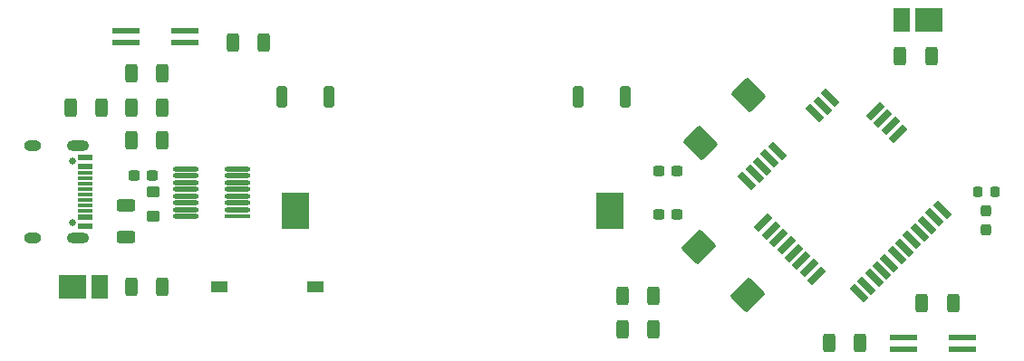
<source format=gts>
%TF.GenerationSoftware,KiCad,Pcbnew,7.0.1-0*%
%TF.CreationDate,2023-09-15T13:21:47+02:00*%
%TF.ProjectId,letterboxsensor,6c657474-6572-4626-9f78-73656e736f72,rev?*%
%TF.SameCoordinates,Original*%
%TF.FileFunction,Soldermask,Top*%
%TF.FilePolarity,Negative*%
%FSLAX46Y46*%
G04 Gerber Fmt 4.6, Leading zero omitted, Abs format (unit mm)*
G04 Created by KiCad (PCBNEW 7.0.1-0) date 2023-09-15 13:21:47*
%MOMM*%
%LPD*%
G01*
G04 APERTURE LIST*
G04 Aperture macros list*
%AMRoundRect*
0 Rectangle with rounded corners*
0 $1 Rounding radius*
0 $2 $3 $4 $5 $6 $7 $8 $9 X,Y pos of 4 corners*
0 Add a 4 corners polygon primitive as box body*
4,1,4,$2,$3,$4,$5,$6,$7,$8,$9,$2,$3,0*
0 Add four circle primitives for the rounded corners*
1,1,$1+$1,$2,$3*
1,1,$1+$1,$4,$5*
1,1,$1+$1,$6,$7*
1,1,$1+$1,$8,$9*
0 Add four rect primitives between the rounded corners*
20,1,$1+$1,$2,$3,$4,$5,0*
20,1,$1+$1,$4,$5,$6,$7,0*
20,1,$1+$1,$6,$7,$8,$9,0*
20,1,$1+$1,$8,$9,$2,$3,0*%
%AMRotRect*
0 Rectangle, with rotation*
0 The origin of the aperture is its center*
0 $1 length*
0 $2 width*
0 $3 Rotation angle, in degrees counterclockwise*
0 Add horizontal line*
21,1,$1,$2,0,0,$3*%
G04 Aperture macros list end*
%ADD10R,2.600000X0.600000*%
%ADD11RoundRect,0.250000X-0.312500X-0.625000X0.312500X-0.625000X0.312500X0.625000X-0.312500X0.625000X0*%
%ADD12RoundRect,0.250000X0.312500X0.625000X-0.312500X0.625000X-0.312500X-0.625000X0.312500X-0.625000X0*%
%ADD13R,2.500000X2.200000*%
%ADD14R,1.550000X2.200000*%
%ADD15RoundRect,0.237500X-0.237500X0.300000X-0.237500X-0.300000X0.237500X-0.300000X0.237500X0.300000X0*%
%ADD16RoundRect,0.218750X0.218750X0.256250X-0.218750X0.256250X-0.218750X-0.256250X0.218750X-0.256250X0*%
%ADD17R,2.540000X3.510000*%
%ADD18RoundRect,0.250000X0.250000X0.750000X-0.250000X0.750000X-0.250000X-0.750000X0.250000X-0.750000X0*%
%ADD19RoundRect,0.237500X-0.300000X-0.237500X0.300000X-0.237500X0.300000X0.237500X-0.300000X0.237500X0*%
%ADD20RoundRect,0.237500X0.300000X0.237500X-0.300000X0.237500X-0.300000X-0.237500X0.300000X-0.237500X0*%
%ADD21R,2.477223X0.426984*%
%ADD22RoundRect,0.213492X1.025119X0.000000X-1.025119X0.000000X-1.025119X0.000000X1.025119X0.000000X0*%
%ADD23RoundRect,0.250000X0.625000X-0.312500X0.625000X0.312500X-0.625000X0.312500X-0.625000X-0.312500X0*%
%ADD24RoundRect,0.250000X-0.250000X-0.750000X0.250000X-0.750000X0.250000X0.750000X-0.250000X0.750000X0*%
%ADD25C,0.650000*%
%ADD26R,1.450000X0.600000*%
%ADD27R,1.450000X0.300000*%
%ADD28O,2.100000X1.000000*%
%ADD29O,1.600000X1.000000*%
%ADD30RoundRect,0.250000X-1.343503X-0.106066X-0.106066X-1.343503X1.343503X0.106066X0.106066X1.343503X0*%
%ADD31R,1.500000X1.100000*%
%ADD32RoundRect,0.250000X-0.350000X0.275000X-0.350000X-0.275000X0.350000X-0.275000X0.350000X0.275000X0*%
%ADD33RoundRect,0.250000X0.106066X-1.343503X1.343503X-0.106066X-0.106066X1.343503X-1.343503X0.106066X0*%
%ADD34RotRect,1.800000X0.700000X45.000000*%
%ADD35RotRect,1.800000X0.700000X315.000000*%
G04 APERTURE END LIST*
D10*
X111275400Y-72449600D03*
X111275400Y-73549600D03*
X116775400Y-72449600D03*
X116775400Y-73549600D03*
X116775400Y-73549600D03*
X116775400Y-72449600D03*
D11*
X114687500Y-76400000D03*
X111762500Y-76400000D03*
D12*
X186537500Y-74825000D03*
X183612500Y-74825000D03*
D13*
X186324600Y-71400000D03*
D14*
X183749600Y-71400000D03*
D15*
X191669200Y-89287500D03*
X191669200Y-91012500D03*
D16*
X192456700Y-87493600D03*
X190881700Y-87493600D03*
D17*
X156480000Y-89275000D03*
X127120000Y-89275000D03*
D11*
X121262500Y-73500000D03*
X124187500Y-73500000D03*
D18*
X157975000Y-78650000D03*
X153575000Y-78650000D03*
D11*
X114687500Y-79650000D03*
X111762500Y-79650000D03*
D13*
X106300000Y-96400000D03*
D14*
X108875000Y-96400000D03*
D12*
X176987500Y-101650000D03*
X179912500Y-101650000D03*
X111762500Y-96400000D03*
X114687500Y-96400000D03*
D19*
X112062500Y-85975000D03*
X113787500Y-85975000D03*
D10*
X183900000Y-101100000D03*
X183900000Y-102200000D03*
X189400000Y-101100000D03*
X189400000Y-102200000D03*
X189400000Y-102200000D03*
X189400000Y-101100000D03*
D11*
X157650000Y-100387500D03*
X160575000Y-100387500D03*
D12*
X160575000Y-97237500D03*
X157650000Y-97237500D03*
D20*
X162762500Y-89650000D03*
X161037500Y-89650000D03*
D21*
X121717041Y-89825000D03*
D22*
X121717041Y-89190000D03*
X121717041Y-88555000D03*
X121717041Y-87920000D03*
X121717041Y-87285000D03*
X121717041Y-86650000D03*
X121717041Y-86015000D03*
X121717041Y-85380000D03*
X116890558Y-85380000D03*
X116890558Y-86015000D03*
X116890558Y-86650000D03*
X116890558Y-87285000D03*
X116890558Y-87920000D03*
X116890558Y-88555000D03*
X116890558Y-89190000D03*
X116890558Y-89825000D03*
D23*
X111325000Y-91712500D03*
X111325000Y-88787500D03*
D11*
X188575000Y-97950000D03*
X185650000Y-97950000D03*
X111762500Y-82675000D03*
X114687500Y-82675000D03*
D24*
X125825000Y-78650000D03*
X130225000Y-78650000D03*
D25*
X106280000Y-84610000D03*
X106280000Y-90390000D03*
D26*
X107495000Y-84300000D03*
X107495000Y-85100000D03*
D27*
X107495000Y-86250000D03*
X107495000Y-87250000D03*
X107495000Y-87750000D03*
X107495000Y-88750000D03*
D26*
X107495000Y-89900000D03*
X107495000Y-90700000D03*
X107495000Y-90700000D03*
X107495000Y-89900000D03*
D27*
X107495000Y-89250000D03*
X107495000Y-88250000D03*
X107495000Y-86750000D03*
X107495000Y-85750000D03*
D26*
X107495000Y-85100000D03*
X107495000Y-84300000D03*
D28*
X106770000Y-83180000D03*
D29*
X102600000Y-83180000D03*
D28*
X106770000Y-91820000D03*
D29*
X102600000Y-91820000D03*
D30*
X164825000Y-92650000D03*
X169350484Y-97175484D03*
D20*
X162762500Y-85550000D03*
X161037500Y-85550000D03*
D31*
X120050000Y-96400000D03*
X128950000Y-96400000D03*
D32*
X113800000Y-87500000D03*
X113800000Y-89800000D03*
D11*
X106087500Y-79650000D03*
X109012500Y-79650000D03*
D33*
X164962258Y-82937742D03*
X169487742Y-78412258D03*
D34*
X175799606Y-95354250D03*
X175092499Y-94647143D03*
X174385393Y-93940036D03*
X173678286Y-93232930D03*
X172971179Y-92525823D03*
X172264072Y-91818716D03*
X171556966Y-91111609D03*
X170849859Y-90404502D03*
D35*
X169308366Y-86508344D03*
X170015473Y-85801237D03*
X170722579Y-85094130D03*
X171429686Y-84387024D03*
X172136793Y-83679917D03*
X175672327Y-80144383D03*
X176379434Y-79437276D03*
X177086541Y-78730169D03*
D34*
X181315039Y-79939322D03*
X182022146Y-80646429D03*
X182729253Y-81353536D03*
X183436359Y-82060642D03*
D35*
X187551721Y-89195350D03*
X186844614Y-89902457D03*
X186137507Y-90609563D03*
X185430401Y-91316670D03*
X184723294Y-92023777D03*
X184016187Y-92730884D03*
X183309080Y-93437990D03*
X182601973Y-94145097D03*
X181894867Y-94852204D03*
X181187760Y-95559311D03*
X180480653Y-96266418D03*
X179773546Y-96973524D03*
M02*

</source>
